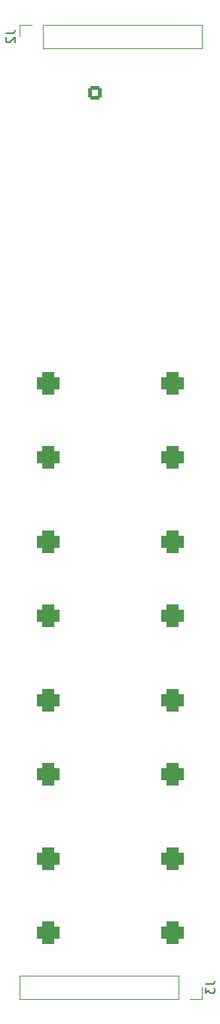
<source format=gbo>
G04 #@! TF.GenerationSoftware,KiCad,Pcbnew,8.0.0*
G04 #@! TF.CreationDate,2025-07-24T19:22:06+01:00*
G04 #@! TF.ProjectId,MidiToCvConnectors,4d696469-546f-4437-9643-6f6e6e656374,1_0*
G04 #@! TF.SameCoordinates,Original*
G04 #@! TF.FileFunction,Legend,Bot*
G04 #@! TF.FilePolarity,Positive*
%FSLAX46Y46*%
G04 Gerber Fmt 4.6, Leading zero omitted, Abs format (unit mm)*
G04 Created by KiCad (PCBNEW 8.0.0) date 2025-07-24 19:22:06*
%MOMM*%
%LPD*%
G01*
G04 APERTURE LIST*
G04 Aperture macros list*
%AMRoundRect*
0 Rectangle with rounded corners*
0 $1 Rounding radius*
0 $2 $3 $4 $5 $6 $7 $8 $9 X,Y pos of 4 corners*
0 Add a 4 corners polygon primitive as box body*
4,1,4,$2,$3,$4,$5,$6,$7,$8,$9,$2,$3,0*
0 Add four circle primitives for the rounded corners*
1,1,$1+$1,$2,$3*
1,1,$1+$1,$4,$5*
1,1,$1+$1,$6,$7*
1,1,$1+$1,$8,$9*
0 Add four rect primitives between the rounded corners*
20,1,$1+$1,$2,$3,$4,$5,0*
20,1,$1+$1,$4,$5,$6,$7,0*
20,1,$1+$1,$6,$7,$8,$9,0*
20,1,$1+$1,$8,$9,$2,$3,0*%
%AMHorizOval*
0 Thick line with rounded ends*
0 $1 width*
0 $2 $3 position (X,Y) of the first rounded end (center of the circle)*
0 $4 $5 position (X,Y) of the second rounded end (center of the circle)*
0 Add line between two ends*
20,1,$1,$2,$3,$4,$5,0*
0 Add two circle primitives to create the rounded ends*
1,1,$1,$2,$3*
1,1,$1,$4,$5*%
G04 Aperture macros list end*
%ADD10C,0.150000*%
%ADD11C,0.120000*%
%ADD12O,3.100000X2.100000*%
%ADD13RoundRect,0.650000X-0.650000X-0.650000X0.650000X-0.650000X0.650000X0.650000X-0.650000X0.650000X0*%
%ADD14HorizOval,1.600000X0.692820X0.400000X-0.692820X-0.400000X0*%
%ADD15HorizOval,1.600000X-0.400000X0.692820X0.400000X-0.692820X0*%
%ADD16HorizOval,1.600000X0.772741X-0.207055X-0.772741X0.207055X0*%
%ADD17HorizOval,1.600000X0.207055X0.772741X-0.207055X-0.772741X0*%
%ADD18RoundRect,0.250000X-0.550000X-0.550000X0.550000X-0.550000X0.550000X0.550000X-0.550000X0.550000X0*%
%ADD19C,1.600000*%
%ADD20R,1.700000X1.700000*%
%ADD21O,1.700000X1.700000*%
G04 APERTURE END LIST*
D10*
X50679819Y-152066666D02*
X51394104Y-152066666D01*
X51394104Y-152066666D02*
X51536961Y-152019047D01*
X51536961Y-152019047D02*
X51632200Y-151923809D01*
X51632200Y-151923809D02*
X51679819Y-151780952D01*
X51679819Y-151780952D02*
X51679819Y-151685714D01*
X50679819Y-152447619D02*
X50679819Y-153066666D01*
X50679819Y-153066666D02*
X51060771Y-152733333D01*
X51060771Y-152733333D02*
X51060771Y-152876190D01*
X51060771Y-152876190D02*
X51108390Y-152971428D01*
X51108390Y-152971428D02*
X51156009Y-153019047D01*
X51156009Y-153019047D02*
X51251247Y-153066666D01*
X51251247Y-153066666D02*
X51489342Y-153066666D01*
X51489342Y-153066666D02*
X51584580Y-153019047D01*
X51584580Y-153019047D02*
X51632200Y-152971428D01*
X51632200Y-152971428D02*
X51679819Y-152876190D01*
X51679819Y-152876190D02*
X51679819Y-152590476D01*
X51679819Y-152590476D02*
X51632200Y-152495238D01*
X51632200Y-152495238D02*
X51584580Y-152447619D01*
X28239819Y-45386666D02*
X28954104Y-45386666D01*
X28954104Y-45386666D02*
X29096961Y-45339047D01*
X29096961Y-45339047D02*
X29192200Y-45243809D01*
X29192200Y-45243809D02*
X29239819Y-45100952D01*
X29239819Y-45100952D02*
X29239819Y-45005714D01*
X28335057Y-45815238D02*
X28287438Y-45862857D01*
X28287438Y-45862857D02*
X28239819Y-45958095D01*
X28239819Y-45958095D02*
X28239819Y-46196190D01*
X28239819Y-46196190D02*
X28287438Y-46291428D01*
X28287438Y-46291428D02*
X28335057Y-46339047D01*
X28335057Y-46339047D02*
X28430295Y-46386666D01*
X28430295Y-46386666D02*
X28525533Y-46386666D01*
X28525533Y-46386666D02*
X28668390Y-46339047D01*
X28668390Y-46339047D02*
X29239819Y-45767619D01*
X29239819Y-45767619D02*
X29239819Y-46386666D01*
D11*
X29785000Y-151070000D02*
X29785000Y-153730000D01*
X29785000Y-151070000D02*
X47625000Y-151070000D01*
X29785000Y-153730000D02*
X47625000Y-153730000D01*
X47625000Y-151070000D02*
X47625000Y-153730000D01*
X50225000Y-152400000D02*
X50225000Y-153730000D01*
X50225000Y-153730000D02*
X48895000Y-153730000D01*
X29785000Y-44390000D02*
X31115000Y-44390000D01*
X29785000Y-45720000D02*
X29785000Y-44390000D01*
X32385000Y-47050000D02*
X32385000Y-44390000D01*
X50225000Y-44390000D02*
X32385000Y-44390000D01*
X50225000Y-47050000D02*
X32385000Y-47050000D01*
X50225000Y-47050000D02*
X50225000Y-44390000D01*
%LPC*%
D12*
X46990000Y-131575000D03*
D13*
X46990000Y-120175000D03*
X46990000Y-128475000D03*
D12*
X33020000Y-113795000D03*
D13*
X33020000Y-102395000D03*
X33020000Y-110695000D03*
D12*
X46990000Y-113795000D03*
D13*
X46990000Y-102395000D03*
X46990000Y-110695000D03*
D12*
X33020000Y-96015000D03*
D13*
X33020000Y-84615000D03*
X33020000Y-92915000D03*
D12*
X46990000Y-96015000D03*
D13*
X46990000Y-84615000D03*
X46990000Y-92915000D03*
D12*
X33020000Y-149355000D03*
D13*
X33020000Y-137955000D03*
X33020000Y-146255000D03*
D14*
X36195000Y-63500000D03*
D15*
X40005000Y-59625000D03*
D14*
X43880000Y-63500000D03*
D16*
X37265000Y-60760000D03*
D17*
X42745000Y-60760000D03*
D12*
X33020000Y-131575000D03*
D13*
X33020000Y-120175000D03*
X33020000Y-128475000D03*
D12*
X46990000Y-149355000D03*
D13*
X46990000Y-137955000D03*
X46990000Y-146255000D03*
D18*
X38205000Y-52070000D03*
D19*
X41805000Y-52070000D03*
D20*
X48895000Y-152400000D03*
D21*
X46355000Y-152400000D03*
X43815000Y-152400000D03*
X41275000Y-152400000D03*
X38735000Y-152400000D03*
X36195000Y-152400000D03*
X33655000Y-152400000D03*
X31115000Y-152400000D03*
D20*
X31115000Y-45720000D03*
D21*
X33655000Y-45720000D03*
X36195000Y-45720000D03*
X38735000Y-45720000D03*
X41275000Y-45720000D03*
X43815000Y-45720000D03*
X46355000Y-45720000D03*
X48895000Y-45720000D03*
%LPD*%
M02*

</source>
